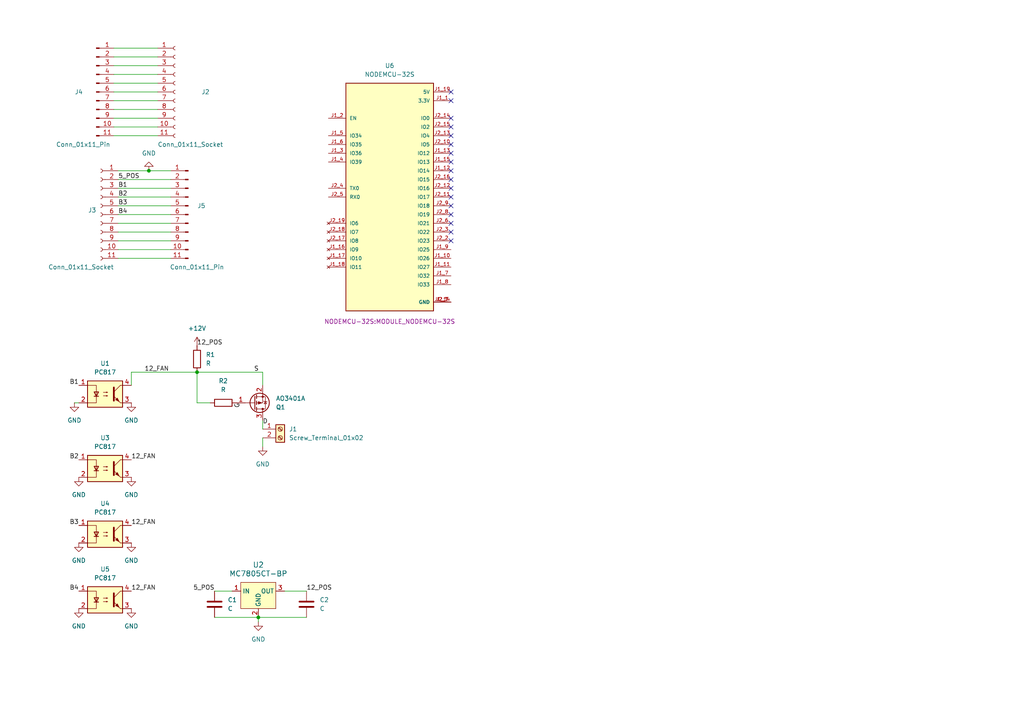
<source format=kicad_sch>
(kicad_sch (version 20231120) (generator "eeschema") (generator_version "8.0")
  (paper "A4")
  (lib_symbols
    (symbol "Connector:Conn_01x11_Pin" (pin_names (offset 1.016) hide)
      (property "Reference" "J" (at 0 15.24 0))
      (property "Value" "Conn_01x11_Pin" (at 0 -15.24 0))
      (symbol "Conn_01x11_Pin_1_1"
        (polyline (pts (xy 1.27 -12.7) (xy 0.8636 -12.7)) (stroke (width 0.1524)))
        (polyline (pts (xy 1.27 -10.16) (xy 0.8636 -10.16)) (stroke (width 0.1524)))
        (polyline (pts (xy 1.27 -7.62) (xy 0.8636 -7.62)) (stroke (width 0.1524)))
        (polyline (pts (xy 1.27 -5.08) (xy 0.8636 -5.08)) (stroke (width 0.1524)))
        (polyline (pts (xy 1.27 -2.54) (xy 0.8636 -2.54)) (stroke (width 0.1524)))
        (polyline (pts (xy 1.27 0) (xy 0.8636 0)) (stroke (width 0.1524)))
        (polyline (pts (xy 1.27 2.54) (xy 0.8636 2.54)) (stroke (width 0.1524)))
        (polyline (pts (xy 1.27 5.08) (xy 0.8636 5.08)) (stroke (width 0.1524)))
        (polyline (pts (xy 1.27 7.62) (xy 0.8636 7.62)) (stroke (width 0.1524)))
        (polyline (pts (xy 1.27 10.16) (xy 0.8636 10.16)) (stroke (width 0.1524)))
        (polyline (pts (xy 1.27 12.7) (xy 0.8636 12.7)) (stroke (width 0.1524)))
        (rectangle (start 0.8636 -12.573) (end 0 -12.827) (stroke (width 0.1524)) (fill (type outline)))
        (rectangle (start 0.8636 -10.033) (end 0 -10.287) (stroke (width 0.1524)) (fill (type outline)))
        (rectangle (start 0.8636 -7.493) (end 0 -7.747) (stroke (width 0.1524)) (fill (type outline)))
        (rectangle (start 0.8636 -4.953) (end 0 -5.207) (stroke (width 0.1524)) (fill (type outline)))
        (rectangle (start 0.8636 -2.413) (end 0 -2.667) (stroke (width 0.1524)) (fill (type outline)))
        (rectangle (start 0.8636 0.127) (end 0 -0.127) (stroke (width 0.1524)) (fill (type outline)))
        (rectangle (start 0.8636 2.667) (end 0 2.413) (stroke (width 0.1524)) (fill (type outline)))
        (rectangle (start 0.8636 5.207) (end 0 4.953) (stroke (width 0.1524)) (fill (type outline)))
        (rectangle (start 0.8636 7.747) (end 0 7.493) (stroke (width 0.1524)) (fill (type outline)))
        (rectangle (start 0.8636 10.287) (end 0 10.033) (stroke (width 0.1524)) (fill (type outline)))
        (rectangle (start 0.8636 12.827) (end 0 12.573) (stroke (width 0.1524)) (fill (type outline)))
        (pin passive line (at 5.08 12.7 180) (length 3.81) (name "Pin_1") (number "1"))
        (pin passive line (at 5.08 -10.16 180) (length 3.81) (name "Pin_10") (number "10"))
        (pin passive line (at 5.08 -12.7 180) (length 3.81) (name "Pin_11") (number "11"))
        (pin passive line (at 5.08 10.16 180) (length 3.81) (name "Pin_2") (number "2"))
        (pin passive line (at 5.08 7.62 180) (length 3.81) (name "Pin_3") (number "3"))
        (pin passive line (at 5.08 5.08 180) (length 3.81) (name "Pin_4") (number "4"))
        (pin passive line (at 5.08 2.54 180) (length 3.81) (name "Pin_5") (number "5"))
        (pin passive line (at 5.08 0 180) (length 3.81) (name "Pin_6") (number "6"))
        (pin passive line (at 5.08 -2.54 180) (length 3.81) (name "Pin_7") (number "7"))
        (pin passive line (at 5.08 -5.08 180) (length 3.81) (name "Pin_8") (number "8"))
        (pin passive line (at 5.08 -7.62 180) (length 3.81) (name "Pin_9") (number "9"))
      )
    )
    (symbol "Connector:Conn_01x11_Socket" (pin_names (offset 1.016) hide)
      (property "Reference" "J" (at 0 15.24 0))
      (property "Value" "Conn_01x11_Socket" (at 0 -15.24 0))
      (symbol "Conn_01x11_Socket_1_1"
        (arc (start 0 -12.192) (mid -0.5058 -12.7) (end 0 -13.208) (stroke (width 0.1524)))
        (arc (start 0 -9.652) (mid -0.5058 -10.16) (end 0 -10.668) (stroke (width 0.1524)))
        (arc (start 0 -7.112) (mid -0.5058 -7.62) (end 0 -8.128) (stroke (width 0.1524)))
        (arc (start 0 -4.572) (mid -0.5058 -5.08) (end 0 -5.588) (stroke (width 0.1524)))
        (arc (start 0 -2.032) (mid -0.5058 -2.54) (end 0 -3.048) (stroke (width 0.1524)))
        (polyline (pts (xy -1.27 -12.7) (xy -0.508 -12.7)) (stroke (width 0.1524)))
        (polyline (pts (xy -1.27 -10.16) (xy -0.508 -10.16)) (stroke (width 0.1524)))
        (polyline (pts (xy -1.27 -7.62) (xy -0.508 -7.62)) (stroke (width 0.1524)))
        (polyline (pts (xy -1.27 -5.08) (xy -0.508 -5.08)) (stroke (width 0.1524)))
        (polyline (pts (xy -1.27 -2.54) (xy -0.508 -2.54)) (stroke (width 0.1524)))
        (polyline (pts (xy -1.27 0) (xy -0.508 0)) (stroke (width 0.1524)))
        (polyline (pts (xy -1.27 2.54) (xy -0.508 2.54)) (stroke (width 0.1524)))
        (polyline (pts (xy -1.27 5.08) (xy -0.508 5.08)) (stroke (width 0.1524)))
        (polyline (pts (xy -1.27 7.62) (xy -0.508 7.62)) (stroke (width 0.1524)))
        (polyline (pts (xy -1.27 10.16) (xy -0.508 10.16)) (stroke (width 0.1524)))
        (polyline (pts (xy -1.27 12.7) (xy -0.508 12.7)) (stroke (width 0.1524)))
        (arc (start 0 0.508) (mid -0.5058 0) (end 0 -0.508) (stroke (width 0.1524)))
        (arc (start 0 3.048) (mid -0.5058 2.54) (end 0 2.032) (stroke (width 0.1524)))
        (arc (start 0 5.588) (mid -0.5058 5.08) (end 0 4.572) (stroke (width 0.1524)))
        (arc (start 0 8.128) (mid -0.5058 7.62) (end 0 7.112) (stroke (width 0.1524)))
        (arc (start 0 10.668) (mid -0.5058 10.16) (end 0 9.652) (stroke (width 0.1524)))
        (arc (start 0 13.208) (mid -0.5058 12.7) (end 0 12.192) (stroke (width 0.1524)))
        (pin passive line (at -5.08 12.7 0) (length 3.81) (name "Pin_1") (number "1"))
        (pin passive line (at -5.08 -10.16 0) (length 3.81) (name "Pin_10") (number "10"))
        (pin passive line (at -5.08 -12.7 0) (length 3.81) (name "Pin_11") (number "11"))
        (pin passive line (at -5.08 10.16 0) (length 3.81) (name "Pin_2") (number "2"))
        (pin passive line (at -5.08 7.62 0) (length 3.81) (name "Pin_3") (number "3"))
        (pin passive line (at -5.08 5.08 0) (length 3.81) (name "Pin_4") (number "4"))
        (pin passive line (at -5.08 2.54 0) (length 3.81) (name "Pin_5") (number "5"))
        (pin passive line (at -5.08 0 0) (length 3.81) (name "Pin_6") (number "6"))
        (pin passive line (at -5.08 -2.54 0) (length 3.81) (name "Pin_7") (number "7"))
        (pin passive line (at -5.08 -5.08 0) (length 3.81) (name "Pin_8") (number "8"))
        (pin passive line (at -5.08 -7.62 0) (length 3.81) (name "Pin_9") (number "9"))
      )
    )
    (symbol "Connector:Screw_Terminal_01x02" (pin_names (offset 1.016) hide)
      (property "Reference" "J" (at 0 2.54 0))
      (property "Value" "Screw_Terminal_01x02" (at 0 -5.08 0))
      (symbol "Screw_Terminal_01x02_1_1"
        (rectangle (start -1.27 1.27) (end 1.27 -3.81) (stroke (width 0.254)) (fill (type background)))
        (circle (center 0 -2.54) (radius 0.635) (stroke (width 0.1524)))
        (polyline (pts (xy -0.5334 -2.2098) (xy 0.3302 -3.048)) (stroke (width 0.1524)))
        (polyline (pts (xy -0.5334 0.3302) (xy 0.3302 -0.508)) (stroke (width 0.1524)))
        (polyline (pts (xy -0.3556 -2.032) (xy 0.508 -2.8702)) (stroke (width 0.1524)))
        (polyline (pts (xy -0.3556 0.508) (xy 0.508 -0.3302)) (stroke (width 0.1524)))
        (circle (center 0 0) (radius 0.635) (stroke (width 0.1524)))
        (pin passive line (at -5.08 0 0) (length 3.81) (name "Pin_1") (number "1"))
        (pin passive line (at -5.08 -2.54 0) (length 3.81) (name "Pin_2") (number "2"))
      )
    )
    (symbol "Device:C" (pin_numbers hide) (pin_names (offset 0.254))
      (property "Reference" "C" (at 0.635 2.54 0))
      (property "Value" "C" (at 0.635 -2.54 0))
      (symbol "C_0_1"
        (polyline (pts (xy -2.032 -0.762) (xy 2.032 -0.762)) (stroke (width 0.508)))
        (polyline (pts (xy -2.032 0.762) (xy 2.032 0.762)) (stroke (width 0.508)))
      )
      (symbol "C_1_1"
        (pin passive line (at 0 3.81 270) (length 2.794) (name "~") (number "1"))
        (pin passive line (at 0 -3.81 90) (length 2.794) (name "~") (number "2"))
      )
    )
    (symbol "Device:R" (pin_numbers hide) (pin_names (offset 0))
      (property "Reference" "R" (at 2.032 0 90))
      (property "Value" "R" (at 0 0 90))
      (symbol "R_0_1"
        (rectangle (start -1.016 -2.54) (end 1.016 2.54) (stroke (width 0.254)))
      )
      (symbol "R_1_1"
        (pin passive line (at 0 3.81 270) (length 1.27) (name "~") (number "1"))
        (pin passive line (at 0 -3.81 90) (length 1.27) (name "~") (number "2"))
      )
    )
    (symbol "Isolator:PC817" (pin_names (offset 1.016))
      (property "Reference" "U" (at -5.08 5.08 0))
      (property "Value" "PC817" (at 0 5.08 0))
      (symbol "PC817_0_1"
        (rectangle (start -5.08 3.81) (end 5.08 -3.81) (stroke (width 0.254)) (fill (type background)))
        (polyline (pts (xy -3.175 -0.635) (xy -1.905 -0.635)) (stroke (width 0.254)))
        (polyline (pts (xy 2.54 0.635) (xy 4.445 2.54)))
        (polyline (pts (xy 4.445 -2.54) (xy 2.54 -0.635)) (fill (type outline)))
        (polyline (pts (xy 4.445 -2.54) (xy 5.08 -2.54)))
        (polyline (pts (xy 4.445 2.54) (xy 5.08 2.54)))
        (polyline (pts (xy -5.08 2.54) (xy -2.54 2.54) (xy -2.54 -0.635)))
        (polyline (pts (xy -2.54 -0.635) (xy -2.54 -2.54) (xy -5.08 -2.54)))
        (polyline (pts (xy 2.54 1.905) (xy 2.54 -1.905) (xy 2.54 -1.905)) (stroke (width 0.508)))
        (polyline (pts (xy -2.54 -0.635) (xy -3.175 0.635) (xy -1.905 0.635) (xy -2.54 -0.635)) (stroke (width 0.254)))
        (polyline (pts (xy -0.508 -0.508) (xy 0.762 -0.508) (xy 0.381 -0.635) (xy 0.381 -0.381) (xy 0.762 -0.508)))
        (polyline (pts (xy -0.508 0.508) (xy 0.762 0.508) (xy 0.381 0.381) (xy 0.381 0.635) (xy 0.762 0.508)))
        (polyline (pts (xy 3.048 -1.651) (xy 3.556 -1.143) (xy 4.064 -2.159) (xy 3.048 -1.651) (xy 3.048 -1.651)) (fill (type outline)))
      )
      (symbol "PC817_1_1"
        (pin passive line (at -7.62 2.54 0) (length 2.54) (name "~") (number "1"))
        (pin passive line (at -7.62 -2.54 0) (length 2.54) (name "~") (number "2"))
        (pin passive line (at 7.62 -2.54 180) (length 2.54) (name "~") (number "3"))
        (pin passive line (at 7.62 2.54 180) (length 2.54) (name "~") (number "4"))
      )
    )
    (symbol "NODEMCU-32S:NODEMCU-32S" (pin_names (offset 1.016))
      (property "Reference" "U" (at -12.7 33.782 0))
      (property "Value" "NODEMCU-32S" (at -12.7 -35.56 0))
      (symbol "NODEMCU-32S_0_0"
        (rectangle (start -12.7 -33.02) (end 12.7 33.02) (stroke (width 0.254)) (fill (type background)))
        (pin power_in line (at 17.78 27.94 180) (length 5.08) (name "3.3V") (number "J1_1"))
        (pin bidirectional line (at 17.78 -17.78 180) (length 5.08) (name "IO26") (number "J1_10"))
        (pin bidirectional line (at 17.78 -20.32 180) (length 5.08) (name "IO27") (number "J1_11"))
        (pin bidirectional line (at 17.78 7.62 180) (length 5.08) (name "IO14") (number "J1_12"))
        (pin bidirectional line (at 17.78 12.7 180) (length 5.08) (name "IO12") (number "J1_13"))
        (pin power_in line (at 17.78 -30.48 180) (length 5.08) (name "GND") (number "J1_14"))
        (pin bidirectional line (at 17.78 10.16 180) (length 5.08) (name "IO13") (number "J1_15"))
        (pin no_connect line (at -17.78 -15.24 0) (length 5.08) (name "IO9") (number "J1_16"))
        (pin no_connect line (at -17.78 -17.78 0) (length 5.08) (name "IO10") (number "J1_17"))
        (pin no_connect line (at -17.78 -20.32 0) (length 5.08) (name "IO11") (number "J1_18"))
        (pin power_in line (at 17.78 30.48 180) (length 5.08) (name "5V") (number "J1_19"))
        (pin input line (at -17.78 22.86 0) (length 5.08) (name "EN") (number "J1_2"))
        (pin input line (at -17.78 12.7 0) (length 5.08) (name "IO36") (number "J1_3"))
        (pin input line (at -17.78 10.16 0) (length 5.08) (name "IO39") (number "J1_4"))
        (pin input line (at -17.78 17.78 0) (length 5.08) (name "IO34") (number "J1_5"))
        (pin input line (at -17.78 15.24 0) (length 5.08) (name "IO35") (number "J1_6"))
        (pin bidirectional line (at 17.78 -22.86 180) (length 5.08) (name "IO32") (number "J1_7"))
        (pin bidirectional line (at 17.78 -25.4 180) (length 5.08) (name "IO33") (number "J1_8"))
        (pin bidirectional line (at 17.78 -15.24 180) (length 5.08) (name "IO25") (number "J1_9"))
        (pin power_in line (at 17.78 -30.48 180) (length 5.08) (name "GND") (number "J2_1"))
        (pin bidirectional line (at 17.78 15.24 180) (length 5.08) (name "IO5") (number "J2_10"))
        (pin bidirectional line (at 17.78 0 180) (length 5.08) (name "IO17") (number "J2_11"))
        (pin bidirectional line (at 17.78 2.54 180) (length 5.08) (name "IO16") (number "J2_12"))
        (pin bidirectional line (at 17.78 17.78 180) (length 5.08) (name "IO4") (number "J2_13"))
        (pin bidirectional line (at 17.78 22.86 180) (length 5.08) (name "IO0") (number "J2_14"))
        (pin bidirectional line (at 17.78 20.32 180) (length 5.08) (name "IO2") (number "J2_15"))
        (pin bidirectional line (at 17.78 5.08 180) (length 5.08) (name "IO15") (number "J2_16"))
        (pin no_connect line (at -17.78 -12.7 0) (length 5.08) (name "IO8") (number "J2_17"))
        (pin no_connect line (at -17.78 -10.16 0) (length 5.08) (name "IO7") (number "J2_18"))
        (pin no_connect line (at -17.78 -7.62 0) (length 5.08) (name "IO6") (number "J2_19"))
        (pin bidirectional line (at 17.78 -12.7 180) (length 5.08) (name "IO23") (number "J2_2"))
        (pin bidirectional line (at 17.78 -10.16 180) (length 5.08) (name "IO22") (number "J2_3"))
        (pin bidirectional line (at -17.78 2.54 0) (length 5.08) (name "TX0") (number "J2_4"))
        (pin bidirectional line (at -17.78 0 0) (length 5.08) (name "RX0") (number "J2_5"))
        (pin bidirectional line (at 17.78 -7.62 180) (length 5.08) (name "IO21") (number "J2_6"))
        (pin power_in line (at 17.78 -30.48 180) (length 5.08) (name "GND") (number "J2_7"))
        (pin bidirectional line (at 17.78 -5.08 180) (length 5.08) (name "IO19") (number "J2_8"))
        (pin bidirectional line (at 17.78 -2.54 180) (length 5.08) (name "IO18") (number "J2_9"))
      )
    )
    (symbol "Transistor_FET:AO3401A" (pin_names hide)
      (property "Reference" "Q" (at 5.08 1.905 0))
      (property "Value" "AO3401A" (at 5.08 0 0))
      (symbol "AO3401A_0_1"
        (polyline (pts (xy 0.254 0) (xy -2.54 0)))
        (polyline (pts (xy 0.254 1.905) (xy 0.254 -1.905)) (stroke (width 0.254)))
        (polyline (pts (xy 0.762 -1.27) (xy 0.762 -2.286)) (stroke (width 0.254)))
        (polyline (pts (xy 0.762 0.508) (xy 0.762 -0.508)) (stroke (width 0.254)))
        (polyline (pts (xy 0.762 2.286) (xy 0.762 1.27)) (stroke (width 0.254)))
        (polyline (pts (xy 2.54 2.54) (xy 2.54 1.778)))
        (polyline (pts (xy 2.54 -2.54) (xy 2.54 0) (xy 0.762 0)))
        (polyline (pts (xy 0.762 1.778) (xy 3.302 1.778) (xy 3.302 -1.778) (xy 0.762 -1.778)))
        (polyline (pts (xy 2.286 0) (xy 1.27 0.381) (xy 1.27 -0.381) (xy 2.286 0)) (fill (type outline)))
        (polyline (pts (xy 2.794 -0.508) (xy 2.921 -0.381) (xy 3.683 -0.381) (xy 3.81 -0.254)))
        (polyline (pts (xy 3.302 -0.381) (xy 2.921 0.254) (xy 3.683 0.254) (xy 3.302 -0.381)))
        (circle (center 1.651 0) (radius 2.794) (stroke (width 0.254)))
        (circle (center 2.54 -1.778) (radius 0.254) (fill (type outline)))
        (circle (center 2.54 1.778) (radius 0.254) (fill (type outline)))
      )
      (symbol "AO3401A_1_1"
        (pin input line (at -5.08 0 0) (length 2.54) (name "G") (number "1"))
        (pin passive line (at 2.54 -5.08 90) (length 2.54) (name "S") (number "2"))
        (pin passive line (at 2.54 5.08 270) (length 2.54) (name "D") (number "3"))
      )
    )
    (symbol "dk_PMIC-Voltage-Regulators-Linear:MC7805CT-BP"
      (property "Reference" "U" (at 0 3.81 0))
      (property "Value" "MC7805CT-BP" (at 0 6.35 0))
      (symbol "MC7805CT-BP_0_1"
        (rectangle (start -5.08 2.54) (end 5.08 -5.08) (fill (type background)))
      )
      (symbol "MC7805CT-BP_1_1"
        (pin power_in line (at -7.62 0 0) (length 2.54) (name "IN") (number "1"))
        (pin power_in line (at 0 -7.62 90) (length 2.54) (name "GND") (number "2"))
        (pin power_out line (at 7.62 0 180) (length 2.54) (name "OUT") (number "3"))
      )
    )
    (symbol "power:+12V" (power) (pin_numbers hide) (pin_names (offset 0) hide)
      (property "Value" "+12V" (at 0 3.556 0))
      (symbol "+12V_0_1"
        (polyline (pts (xy -0.762 1.27) (xy 0 2.54)))
        (polyline (pts (xy 0 0) (xy 0 2.54)))
        (polyline (pts (xy 0 2.54) (xy 0.762 1.27)))
      )
      (symbol "+12V_1_1"
        (pin power_in line (at 0 0 90) (length 0) (name "~") (number "1"))
      )
    )
    (symbol "power:GND" (power) (pin_numbers hide) (pin_names (offset 0) hide)
      (property "Value" "GND" (at 0 -3.81 0))
      (symbol "GND_0_1"
        (polyline (pts (xy 0 0) (xy 0 -1.27) (xy 1.27 -1.27) (xy 0 -2.54) (xy -1.27 -1.27) (xy 0 -1.27)))
      )
      (symbol "GND_1_1"
        (pin power_in line (at 0 0 270) (length 0) (name "~") (number "1"))
      )
    )
  )
  (junction (at 74.93 179.07))
  (junction (at 43.18 49.53))
  (junction (at 57.15 107.95))
  (no_connect (at 130.81 59.69))
  (no_connect (at 130.81 52.07))
  (no_connect (at 130.81 26.67))
  (no_connect (at 130.81 49.53))
  (no_connect (at 130.81 54.61))
  (no_connect (at 130.81 67.31))
  (no_connect (at 130.81 46.99))
  (no_connect (at 130.81 44.45))
  (no_connect (at 130.81 64.77))
  (no_connect (at 130.81 39.37))
  (no_connect (at 130.81 29.21))
  (no_connect (at 130.81 34.29))
  (no_connect (at 130.81 41.91))
  (no_connect (at 130.81 69.85))
  (no_connect (at 130.81 57.15))
  (no_connect (at 130.81 36.83))
  (no_connect (at 130.81 62.23))
  (wire (pts (xy 33.02 29.21) (xy 45.72 29.21)))
  (wire (pts (xy 74.93 179.07) (xy 74.93 180.34)))
  (wire (pts (xy 43.18 49.53) (xy 49.53 49.53)))
  (wire (pts (xy 33.02 26.67) (xy 45.72 26.67)))
  (wire (pts (xy 34.29 69.85) (xy 49.53 69.85)))
  (wire (pts (xy 34.29 74.93) (xy 49.53 74.93)))
  (wire (pts (xy 34.29 67.31) (xy 49.53 67.31)))
  (wire (pts (xy 33.02 34.29) (xy 45.72 34.29)))
  (wire (pts (xy 34.29 49.53) (xy 43.18 49.53)))
  (wire (pts (xy 33.02 13.97) (xy 45.72 13.97)))
  (wire (pts (xy 62.23 171.45) (xy 67.31 171.45)))
  (wire (pts (xy 74.93 179.07) (xy 88.9 179.07)))
  (wire (pts (xy 62.23 179.07) (xy 74.93 179.07)))
  (wire (pts (xy 38.1 107.95) (xy 57.15 107.95)))
  (wire (pts (xy 34.29 57.15) (xy 49.53 57.15)))
  (wire (pts (xy 33.02 16.51) (xy 45.72 16.51)))
  (wire (pts (xy 76.2 121.92) (xy 76.2 124.46)))
  (wire (pts (xy 34.29 72.39) (xy 49.53 72.39)))
  (wire (pts (xy 34.29 62.23) (xy 49.53 62.23)))
  (wire (pts (xy 76.2 111.76) (xy 76.2 107.95)))
  (wire (pts (xy 33.02 39.37) (xy 45.72 39.37)))
  (wire (pts (xy 57.15 107.95) (xy 76.2 107.95)))
  (wire (pts (xy 38.1 111.76) (xy 38.1 107.95)))
  (wire (pts (xy 33.02 24.13) (xy 45.72 24.13)))
  (wire (pts (xy 33.02 19.05) (xy 45.72 19.05)))
  (wire (pts (xy 57.15 116.84) (xy 60.96 116.84)))
  (wire (pts (xy 82.55 171.45) (xy 88.9 171.45)))
  (wire (pts (xy 34.29 54.61) (xy 49.53 54.61)))
  (wire (pts (xy 76.2 127) (xy 76.2 129.54)))
  (wire (pts (xy 22.86 116.84) (xy 21.59 116.84)))
  (wire (pts (xy 33.02 36.83) (xy 45.72 36.83)))
  (wire (pts (xy 34.29 52.07) (xy 49.53 52.07)))
  (wire (pts (xy 34.29 59.69) (xy 49.53 59.69)))
  (wire (pts (xy 57.15 107.95) (xy 57.15 116.84)))
  (wire (pts (xy 33.02 21.59) (xy 45.72 21.59)))
  (wire (pts (xy 33.02 31.75) (xy 45.72 31.75)))
  (wire (pts (xy 34.29 64.77) (xy 49.53 64.77)))
  (label "D" (at 76.2 123.19 0))
  (label "12_FAN" (at 38.1 152.4 0))
  (label "B4" (at 22.86 171.45 180))
  (label "12_FAN" (at 41.91 107.95 0))
  (label "B2" (at 34.29 57.15 0))
  (label "12_FAN" (at 38.1 133.35 0))
  (label "5_POS" (at 62.23 171.45 180))
  (label "B3" (at 22.86 152.4 180))
  (label "5_POS" (at 34.29 52.07 0))
  (label "B2" (at 22.86 133.35 180))
  (label "12_POS" (at 88.9 171.45 0))
  (label "B1" (at 34.29 54.61 0))
  (label "G" (at 69.85 116.84 270))
  (label "S" (at 73.66 107.95 0))
  (label "12_POS" (at 57.15 100.33 0))
  (label "B1" (at 22.86 111.76 180))
  (label "B3" (at 34.29 59.69 0))
  (label "12_FAN" (at 38.1 171.45 0))
  (label "B4" (at 34.29 62.23 0))
  (symbol (lib_id "Connector:Conn_01x11_Socket") (at 29.21 62.23 0) (mirror y) (unit 1)
    (property "Reference" "J3" (at 27.94 60.9599 0) (effects (justify left)))
    (property "Value" "Conn_01x11_Socket" (at 33.02 77.47 0) (effects (justify left)))
    (property "Description" "Generic connector, single row, 01x11, script generated" (effects (hide yes)))
  )
  (symbol (lib_id "Isolator:PC817") (at 30.48 135.89 0) (unit 1)
    (property "Reference" "U3" (at 30.48 127 0))
    (property "Value" "PC817" (at 30.48 129.54 0))
    (property "Footprint" "Package_DIP:DIP-4_W7.62mm" (effects (hide yes)))
    (property "Datasheet" "http://www.soselectronic.cz/a_info/resource/d/pc817.pdf" (effects (hide yes)))
    (property "Description" "DC Optocoupler, Vce 35V, CTR 50-300%, DIP-4" (effects (hide yes)))
  )
  (symbol (lib_id "Device:R") (at 57.15 104.14 0) (unit 1)
    (property "Reference" "R1" (at 59.69 102.8699 0) (effects (justify left)))
    (property "Value" "R" (at 59.69 105.4099 0) (effects (justify left)))
    (property "Description" "Resistor" (effects (hide yes)))
  )
  (symbol (lib_id "power:GND") (at 76.2 129.54 0) (unit 1)
    (property "Reference" "#PWR02" (effects (hide yes)))
    (property "Value" "GND" (at 76.2 134.62 0))
    (property "Description" "Power symbol creates a global label with name \"GND\" , ground" (effects (hide yes)))
  )
  (symbol (lib_id "power:GND") (at 22.86 176.53 0) (unit 1)
    (property "Reference" "#PWR09" (effects (hide yes)))
    (property "Value" "GND" (at 22.86 181.61 0))
    (property "Description" "Power symbol creates a global label with name \"GND\" , ground" (effects (hide yes)))
  )
  (symbol (lib_id "power:GND") (at 22.86 138.43 0) (unit 1)
    (property "Reference" "#PWR07" (effects (hide yes)))
    (property "Value" "GND" (at 22.86 143.51 0))
    (property "Description" "Power symbol creates a global label with name \"GND\" , ground" (effects (hide yes)))
  )
  (symbol (lib_id "NODEMCU-32S:NODEMCU-32S") (at 113.03 57.15 0) (unit 1)
    (property "Reference" "U6" (at 113.03 19.05 0))
    (property "Value" "NODEMCU-32S" (at 113.03 21.59 0))
    (property "Footprint" "NODEMCU-32S:MODULE_NODEMCU-32S" (at 113.03 93.98 0) (effects (justify bottom)))
    (property "MF" "AI-Thinker" (effects (hide yes)))
    (property "MAXIMUM_PACKAGE_HEIGHT" "3.00mm" (effects (hide yes)))
    (property "Package" "Package" (effects (hide yes)))
    (property "Price" "None" (effects (hide yes)))
    (property "Check_prices" "https://www.snapeda.com/parts/NODEMCU-32S/AI-Thinker/view-part/?ref=eda" (effects (hide yes)))
    (property "STANDARD" "Manufacturer Recommendations" (effects (hide yes)))
    (property "PARTREV" "V1" (effects (hide yes)))
    (property "SnapEDA_Link" "https://www.snapeda.com/parts/NODEMCU-32S/AI-Thinker/view-part/?ref=snap" (effects (hide yes)))
    (property "MP" "NODEMCU-32S" (effects (hide yes)))
    (property "Description_1" "\n                        \n                            WIFI MODULE V1\n                        \n" (effects (hide yes)))
    (property "Availability" "Not in stock" (effects (hide yes)))
    (property "MANUFACTURER" "AI-Thinker" (effects (hide yes)))
  )
  (symbol (lib_id "Connector:Conn_01x11_Pin") (at 27.94 26.67 0) (unit 1)
    (property "Reference" "J4" (at 22.86 26.67 0))
    (property "Value" "Conn_01x11_Pin" (at 24.13 41.91 0))
    (property "Description" "Generic connector, single row, 01x11, script generated" (effects (hide yes)))
  )
  (symbol (lib_id "power:GND") (at 38.1 138.43 0) (unit 1)
    (property "Reference" "#PWR010" (effects (hide yes)))
    (property "Value" "GND" (at 38.1 143.51 0))
    (property "Description" "Power symbol creates a global label with name \"GND\" , ground" (effects (hide yes)))
  )
  (symbol (lib_id "Connector:Screw_Terminal_01x02") (at 81.28 124.46 0) (unit 1)
    (property "Reference" "J1" (at 83.82 124.4599 0) (effects (justify left)))
    (property "Value" "Screw_Terminal_01x02" (at 83.82 126.9999 0) (effects (justify left)))
    (property "Description" "Generic screw terminal, single row, 01x02, script generated (kicad-library-utils/schlib/autogen/connector/)" (effects (hide yes)))
  )
  (symbol (lib_id "power:GND") (at 74.93 180.34 0) (unit 1)
    (property "Reference" "#PWR04" (effects (hide yes)))
    (property "Value" "GND" (at 74.93 185.42 0))
    (property "Description" "Power symbol creates a global label with name \"GND\" , ground" (effects (hide yes)))
  )
  (symbol (lib_id "power:+12V") (at 57.15 100.33 0) (unit 1)
    (property "Reference" "#PWR01" (effects (hide yes)))
    (property "Value" "+12V" (at 57.15 95.25 0))
    (property "Description" "Power symbol creates a global label with name \"+12V\"" (effects (hide yes)))
  )
  (symbol (lib_id "Connector:Conn_01x11_Pin") (at 54.61 62.23 0) (mirror y) (unit 1)
    (property "Reference" "J5" (at 58.42 59.69 0))
    (property "Value" "Conn_01x11_Pin" (at 57.15 77.47 0))
    (property "Description" "Generic connector, single row, 01x11, script generated" (effects (hide yes)))
  )
  (symbol (lib_id "Transistor_FET:AO3401A") (at 73.66 116.84 0) (mirror x) (unit 1)
    (property "Reference" "Q1" (at 80.01 118.1101 0) (effects (justify left)))
    (property "Value" "AO3401A" (at 80.01 115.5701 0) (effects (justify left)))
    (property "Footprint" "Package_TO_SOT_SMD:SOT-23" (effects (hide yes)))
    (property "Datasheet" "http://www.aosmd.com/pdfs/datasheet/AO3401A.pdf" (effects (hide yes)))
    (property "Description" "-4.0A Id, -30V Vds, P-Channel MOSFET, SOT-23" (effects (hide yes)))
  )
  (symbol (lib_id "Connector:Conn_01x11_Socket") (at 50.8 26.67 0) (unit 1)
    (property "Reference" "J2" (at 58.42 26.67 0) (effects (justify left)))
    (property "Value" "Conn_01x11_Socket" (at 45.72 41.91 0) (effects (justify left)))
    (property "Description" "Generic connector, single row, 01x11, script generated" (effects (hide yes)))
  )
  (symbol (lib_id "power:GND") (at 21.59 116.84 0) (unit 1)
    (property "Reference" "#PWR06" (effects (hide yes)))
    (property "Value" "GND" (at 21.59 121.92 0))
    (property "Description" "Power symbol creates a global label with name \"GND\" , ground" (effects (hide yes)))
  )
  (symbol (lib_id "power:GND") (at 43.18 49.53 180) (unit 1)
    (property "Reference" "#PWR05" (effects (hide yes)))
    (property "Value" "GND" (at 43.18 44.45 0))
    (property "Description" "Power symbol creates a global label with name \"GND\" , ground" (effects (hide yes)))
  )
  (symbol (lib_id "power:GND") (at 38.1 176.53 0) (unit 1)
    (property "Reference" "#PWR012" (effects (hide yes)))
    (property "Value" "GND" (at 38.1 181.61 0))
    (property "Description" "Power symbol creates a global label with name \"GND\" , ground" (effects (hide yes)))
  )
  (symbol (lib_id "power:GND") (at 22.86 157.48 0) (unit 1)
    (property "Reference" "#PWR08" (effects (hide yes)))
    (property "Value" "GND" (at 22.86 162.56 0))
    (property "Description" "Power symbol creates a global label with name \"GND\" , ground" (effects (hide yes)))
  )
  (symbol (lib_id "Isolator:PC817") (at 30.48 114.3 0) (unit 1)
    (property "Reference" "U1" (at 30.48 105.41 0))
    (property "Value" "PC817" (at 30.48 107.95 0))
    (property "Footprint" "Package_DIP:DIP-4_W7.62mm" (effects (hide yes)))
    (property "Datasheet" "http://www.soselectronic.cz/a_info/resource/d/pc817.pdf" (effects (hide yes)))
    (property "Description" "DC Optocoupler, Vce 35V, CTR 50-300%, DIP-4" (effects (hide yes)))
  )
  (symbol (lib_id "power:GND") (at 38.1 157.48 0) (unit 1)
    (property "Reference" "#PWR011" (effects (hide yes)))
    (property "Value" "GND" (at 38.1 162.56 0))
    (property "Description" "Power symbol creates a global label with name \"GND\" , ground" (effects (hide yes)))
  )
  (symbol (lib_id "Device:C") (at 88.9 175.26 0) (unit 1)
    (property "Reference" "C2" (at 92.71 173.9899 0) (effects (justify left)))
    (property "Value" "C" (at 92.71 176.5299 0) (effects (justify left)))
    (property "Description" "Unpolarized capacitor" (effects (hide yes)))
  )
  (symbol (lib_id "Isolator:PC817") (at 30.48 154.94 0) (unit 1)
    (property "Reference" "U4" (at 30.48 146.05 0))
    (property "Value" "PC817" (at 30.48 148.59 0))
    (property "Footprint" "Package_DIP:DIP-4_W7.62mm" (effects (hide yes)))
    (property "Datasheet" "http://www.soselectronic.cz/a_info/resource/d/pc817.pdf" (effects (hide yes)))
    (property "Description" "DC Optocoupler, Vce 35V, CTR 50-300%, DIP-4" (effects (hide yes)))
  )
  (symbol (lib_id "Isolator:PC817") (at 30.48 173.99 0) (unit 1)
    (property "Reference" "U5" (at 30.48 165.1 0))
    (property "Value" "PC817" (at 30.48 167.64 0))
    (property "Footprint" "Package_DIP:DIP-4_W7.62mm" (effects (hide yes)))
    (property "Datasheet" "http://www.soselectronic.cz/a_info/resource/d/pc817.pdf" (effects (hide yes)))
    (property "Description" "DC Optocoupler, Vce 35V, CTR 50-300%, DIP-4" (effects (hide yes)))
  )
  (symbol (lib_id "Device:C") (at 62.23 175.26 0) (unit 1)
    (property "Reference" "C1" (at 66.04 173.9899 0) (effects (justify left)))
    (property "Value" "C" (at 66.04 176.5299 0) (effects (justify left)))
    (property "Description" "Unpolarized capacitor" (effects (hide yes)))
  )
  (symbol (lib_id "power:GND") (at 38.1 116.84 0) (unit 1)
    (property "Reference" "#PWR03" (effects (hide yes)))
    (property "Value" "GND" (at 38.1 121.92 0))
    (property "Description" "Power symbol creates a global label with name \"GND\" , ground" (effects (hide yes)))
  )
  (symbol (lib_id "dk_PMIC-Voltage-Regulators-Linear:MC7805CT-BP") (at 74.93 171.45 0) (unit 1)
    (property "Reference" "U2" (at 74.93 163.83 0) (effects (font (size 1.524 1.524))))
    (property "Value" "MC7805CT-BP" (at 74.93 166.37 0) (effects (font (size 1.524 1.524))))
    (property "Footprint" "digikey-footprints:TO-220-3" (effects (hide yes)))
    (property "Datasheet" "https://www.mccsemi.com/pdf/Products/MC7805CT(TO-220).pdf" (effects (hide yes)))
    (property "Description" "IC REG LINEAR 5V 1.5A TO220" (effects (hide yes)))
    (property "Digi-Key_PN" "MC7805CT-BPMS-ND" (effects (hide yes)))
    (property "MPN" "MC7805CT-BP" (effects (hide yes)))
    (property "Category" "Integrated Circuits (ICs)" (effects (hide yes)))
    (property "Family" "PMIC - Voltage Regulators - Linear" (effects (hide yes)))
    (property "DK_Datasheet_Link" "https://www.mccsemi.com/pdf/Products/MC7805CT(TO-220).pdf" (effects (hide yes)))
    (property "DK_Detail_Page" "/product-detail/en/micro-commercial-co/MC7805CT-BP/MC7805CT-BPMS-ND/804682" (effects (hide yes)))
    (property "Description_1" "IC REG LINEAR 5V 1.5A TO220" (effects (hide yes)))
    (property "Manufacturer" "Micro Commercial Co" (effects (hide yes)))
    (property "Status" "Active" (effects (hide yes)))
  )
  (symbol (lib_id "Device:R") (at 64.77 116.84 90) (unit 1)
    (property "Reference" "R2" (at 64.77 110.49 90))
    (property "Value" "R" (at 64.77 113.03 90))
    (property "Description" "Resistor" (effects (hide yes)))
  )
)
</source>
